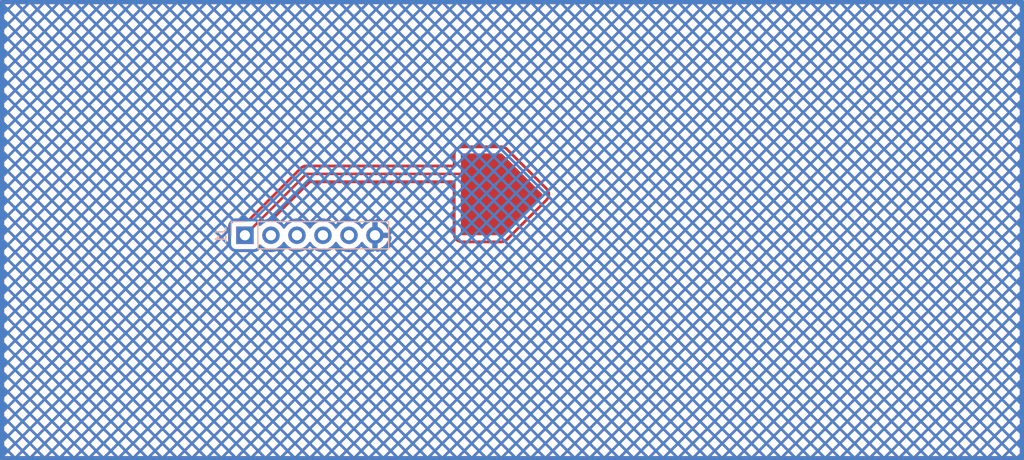
<source format=kicad_pcb>
(kicad_pcb (version 20211014) (generator pcbnew)
  (layers (0 "F.Cu" signal) (31 "B.Cu" signal) (34 "B.Paste" user) (35 "F.Paste" user) (36 "B.SilkS" user "B.Silkscreen") (37 "F.SilkS" user "F.Silkscreen") (38 "B.Mask" user) (39 "F.Mask" user) (44 "Edge.Cuts" user))
  (net 0 "")
  (net 1 "TOUCH9")
  (net 2 "TOUCH8")
  (net 3 "TOUCH7")
  (net 4 "TOUCH6")
  (net 5 "TOUCH5")
  (net 6 "GND")
  (footprint "Connector_PinHeader_2.54mm:PinHeader_1x06_P2.54mm_Vertical" (layer "B.Cu") (at 94.92 73 -90)
    (fp_text reference "J1" (at 0 2.33 90) (layer "B.SilkS") (effects (justify mirror)))
    (fp_text value "Conn_01x06_Male")
    (fp_line (start -1.33 -1.27) (end -1.33 -14.03) (layer "B.SilkS") (width 0.12))
    (fp_line (start -1.33 1.33) (end 0 1.33) (layer "B.SilkS") (width 0.12))
    (fp_line (start 1.33 -1.27) (end 1.33 -14.03) (layer "B.SilkS") (width 0.12))
    (fp_line (start -1.33 -1.27) (end 1.33 -1.27) (layer "B.SilkS") (width 0.12))
    (fp_line (start -1.33 0) (end -1.33 1.33) (layer "B.SilkS") (width 0.12))
    (fp_line (start -1.33 -14.03) (end 1.33 -14.03) (layer "B.SilkS") (width 0.12))
    (pad "1" thru_hole rect locked (at 0 0 270) (size 1.7 1.7) (drill 1) (layers *.Cu *.Mask) (net 1 "TOUCH9"))
    (pad "2" thru_hole oval locked (at 0 -2.54 270) (size 1.7 1.7) (drill 1) (layers *.Cu *.Mask) (net 2 "TOUCH8"))
    (pad "3" thru_hole oval locked (at 0 -5.08 270) (size 1.7 1.7) (drill 1) (layers *.Cu *.Mask) (net 3 "TOUCH7"))
    (pad "4" thru_hole oval locked (at 0 -7.62 270) (size 1.7 1.7) (drill 1) (layers *.Cu *.Mask) (net 4 "TOUCH6"))
    (pad "5" thru_hole oval locked (at 0 -10.16 270) (size 1.7 1.7) (drill 1) (layers *.Cu *.Mask) (net 5 "TOUCH5"))
    (pad "6" thru_hole oval locked (at 0 -12.7 270) (size 1.7 1.7) (drill 1) (layers *.Cu *.Mask) (net 6 "GND"))
  )
  (segment (start 94.92 73) (end 100.92 67) (width 0.25) (layer "F.Cu") (net 1))
  (segment (start 100.92 67) (end 116 67) (width 0.25) (layer "F.Cu") (net 1))
  (zone (net 1) (net_name "TOUCH9") (layer "F.Cu") (priority 1) (connect_pads (clearance 0.508)) (min_thickness 0.254) (fill yes (thermal_gap 0.508) (thermal_bridge_width 0.508))
    (polygon (pts (xy 124 69) (xy 120 73) (xy 116 73) (xy 116 65) (xy 120 65)))
  )
  (zone (net 6) (net_name "GND") (layers F&B.Cu) (connect_pads (clearance 0.508)) (min_thickness 0.254) (fill yes (mode hatch) (thermal_gap 0.508) (thermal_bridge_width 0.508) (hatch_thickness 0.254) (hatch_gap 0.762) (hatch_orientation 45) (hatch_border_algorithm hatch_thickness) (hatch_min_hole_area 0.3))
    (polygon (pts (xy 171 95) (xy 71 95) (xy 71 50) (xy 171 50)))
  )
)
</source>
